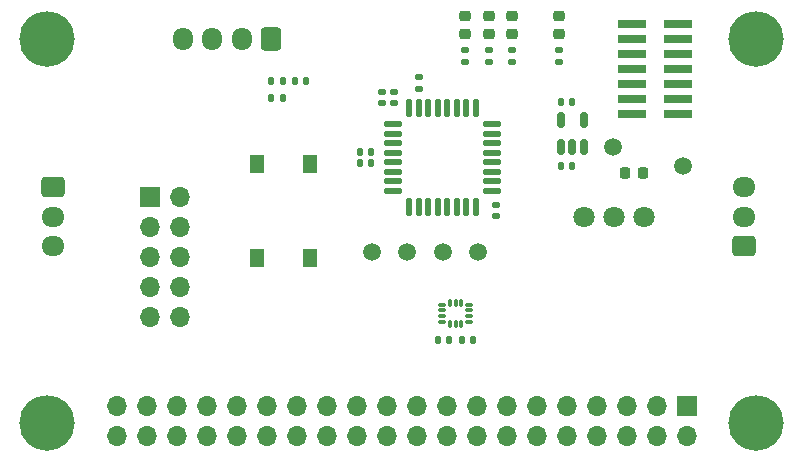
<source format=gbr>
%TF.GenerationSoftware,KiCad,Pcbnew,8.0.5*%
%TF.CreationDate,2025-01-21T17:20:08+01:00*%
%TF.ProjectId,Ingenuity,496e6765-6e75-4697-9479-2e6b69636164,rev?*%
%TF.SameCoordinates,Original*%
%TF.FileFunction,Soldermask,Top*%
%TF.FilePolarity,Negative*%
%FSLAX46Y46*%
G04 Gerber Fmt 4.6, Leading zero omitted, Abs format (unit mm)*
G04 Created by KiCad (PCBNEW 8.0.5) date 2025-01-21 17:20:08*
%MOMM*%
%LPD*%
G01*
G04 APERTURE LIST*
G04 Aperture macros list*
%AMRoundRect*
0 Rectangle with rounded corners*
0 $1 Rounding radius*
0 $2 $3 $4 $5 $6 $7 $8 $9 X,Y pos of 4 corners*
0 Add a 4 corners polygon primitive as box body*
4,1,4,$2,$3,$4,$5,$6,$7,$8,$9,$2,$3,0*
0 Add four circle primitives for the rounded corners*
1,1,$1+$1,$2,$3*
1,1,$1+$1,$4,$5*
1,1,$1+$1,$6,$7*
1,1,$1+$1,$8,$9*
0 Add four rect primitives between the rounded corners*
20,1,$1+$1,$2,$3,$4,$5,0*
20,1,$1+$1,$4,$5,$6,$7,0*
20,1,$1+$1,$6,$7,$8,$9,0*
20,1,$1+$1,$8,$9,$2,$3,0*%
G04 Aperture macros list end*
%ADD10RoundRect,0.140000X0.170000X-0.140000X0.170000X0.140000X-0.170000X0.140000X-0.170000X-0.140000X0*%
%ADD11RoundRect,0.135000X0.185000X-0.135000X0.185000X0.135000X-0.185000X0.135000X-0.185000X-0.135000X0*%
%ADD12RoundRect,0.140000X0.140000X0.170000X-0.140000X0.170000X-0.140000X-0.170000X0.140000X-0.170000X0*%
%ADD13RoundRect,0.250000X0.725000X-0.600000X0.725000X0.600000X-0.725000X0.600000X-0.725000X-0.600000X0*%
%ADD14O,1.950000X1.700000*%
%ADD15R,1.700000X1.700000*%
%ADD16O,1.700000X1.700000*%
%ADD17RoundRect,0.225000X0.225000X0.250000X-0.225000X0.250000X-0.225000X-0.250000X0.225000X-0.250000X0*%
%ADD18RoundRect,0.125000X-0.625000X-0.125000X0.625000X-0.125000X0.625000X0.125000X-0.625000X0.125000X0*%
%ADD19RoundRect,0.125000X-0.125000X-0.625000X0.125000X-0.625000X0.125000X0.625000X-0.125000X0.625000X0*%
%ADD20RoundRect,0.087500X-0.225000X-0.087500X0.225000X-0.087500X0.225000X0.087500X-0.225000X0.087500X0*%
%ADD21RoundRect,0.087500X-0.087500X-0.225000X0.087500X-0.225000X0.087500X0.225000X-0.087500X0.225000X0*%
%ADD22RoundRect,0.150000X0.150000X-0.512500X0.150000X0.512500X-0.150000X0.512500X-0.150000X-0.512500X0*%
%ADD23C,4.700000*%
%ADD24C,1.500000*%
%ADD25RoundRect,0.135000X0.135000X0.185000X-0.135000X0.185000X-0.135000X-0.185000X0.135000X-0.185000X0*%
%ADD26RoundRect,0.218750X-0.256250X0.218750X-0.256250X-0.218750X0.256250X-0.218750X0.256250X0.218750X0*%
%ADD27RoundRect,0.250000X-0.725000X0.600000X-0.725000X-0.600000X0.725000X-0.600000X0.725000X0.600000X0*%
%ADD28RoundRect,0.140000X-0.140000X-0.170000X0.140000X-0.170000X0.140000X0.170000X-0.140000X0.170000X0*%
%ADD29RoundRect,0.250000X0.600000X0.725000X-0.600000X0.725000X-0.600000X-0.725000X0.600000X-0.725000X0*%
%ADD30O,1.700000X1.950000*%
%ADD31R,1.300000X1.550000*%
%ADD32C,1.800000*%
%ADD33R,2.400000X0.740000*%
%ADD34RoundRect,0.140000X-0.170000X0.140000X-0.170000X-0.140000X0.170000X-0.140000X0.170000X0.140000X0*%
G04 APERTURE END LIST*
D10*
%TO.C,C6*%
X158900000Y-100380000D03*
X158900000Y-99420000D03*
%TD*%
D11*
%TO.C,R2*%
X165900000Y-96910000D03*
X165900000Y-95890000D03*
%TD*%
D12*
%TO.C,C11*%
X164580000Y-120450000D03*
X163620000Y-120450000D03*
%TD*%
D10*
%TO.C,C2*%
X159900000Y-100380000D03*
X159900000Y-99420000D03*
%TD*%
D13*
%TO.C,J5*%
X189500000Y-112500000D03*
D14*
X189500000Y-110000000D03*
X189500000Y-107500000D03*
%TD*%
D11*
%TO.C,R8*%
X162000000Y-99210000D03*
X162000000Y-98190000D03*
%TD*%
D15*
%TO.C,J2*%
X139225000Y-108380000D03*
D16*
X141765000Y-108380000D03*
X139225000Y-110920000D03*
X141765000Y-110920000D03*
X139225000Y-113460000D03*
X141765000Y-113460000D03*
X139225000Y-116000000D03*
X141765000Y-116000000D03*
X139225000Y-118540000D03*
X141765000Y-118540000D03*
%TD*%
D17*
%TO.C,C1*%
X180975000Y-106300000D03*
X179425000Y-106300000D03*
%TD*%
D18*
%TO.C,U2*%
X159825000Y-102200000D03*
X159825000Y-103000000D03*
X159825000Y-103800000D03*
X159825000Y-104600000D03*
X159825000Y-105400000D03*
X159825000Y-106200000D03*
X159825000Y-107000000D03*
X159825000Y-107800000D03*
D19*
X161200000Y-109175000D03*
X162000000Y-109175000D03*
X162800000Y-109175000D03*
X163600000Y-109175000D03*
X164400000Y-109175000D03*
X165200000Y-109175000D03*
X166000000Y-109175000D03*
X166800000Y-109175000D03*
D18*
X168175000Y-107800000D03*
X168175000Y-107000000D03*
X168175000Y-106200000D03*
X168175000Y-105400000D03*
X168175000Y-104600000D03*
X168175000Y-103800000D03*
X168175000Y-103000000D03*
X168175000Y-102200000D03*
D19*
X166800000Y-100825000D03*
X166000000Y-100825000D03*
X165200000Y-100825000D03*
X164400000Y-100825000D03*
X163600000Y-100825000D03*
X162800000Y-100825000D03*
X162000000Y-100825000D03*
X161200000Y-100825000D03*
%TD*%
D20*
%TO.C,U4*%
X163937500Y-117450000D03*
X163937500Y-117950000D03*
X163937500Y-118450000D03*
X163937500Y-118950000D03*
D21*
X164600000Y-119112500D03*
X165100000Y-119112500D03*
X165600000Y-119112500D03*
D20*
X166262500Y-118950000D03*
X166262500Y-118450000D03*
X166262500Y-117950000D03*
X166262500Y-117450000D03*
D21*
X165600000Y-117287500D03*
X165100000Y-117287500D03*
X164600000Y-117287500D03*
%TD*%
D22*
%TO.C,U3*%
X174050000Y-104137500D03*
X175000000Y-104137500D03*
X175950000Y-104137500D03*
X175950000Y-101862500D03*
X174050000Y-101862500D03*
%TD*%
D12*
%TO.C,C5*%
X157980000Y-105500000D03*
X157020000Y-105500000D03*
%TD*%
D23*
%TO.C,H1*%
X130500000Y-95000000D03*
%TD*%
D24*
%TO.C,TP3*%
X158000000Y-113000000D03*
%TD*%
D25*
%TO.C,R1*%
X150510000Y-98500000D03*
X149490000Y-98500000D03*
%TD*%
D26*
%TO.C,D1*%
X165900000Y-93012500D03*
X165900000Y-94587500D03*
%TD*%
D11*
%TO.C,R7*%
X173900000Y-96910000D03*
X173900000Y-95890000D03*
%TD*%
D27*
%TO.C,J4*%
X131025000Y-107500000D03*
D14*
X131025000Y-110000000D03*
X131025000Y-112500000D03*
%TD*%
D23*
%TO.C,H4*%
X130500000Y-127500000D03*
%TD*%
D26*
%TO.C,D6*%
X173900000Y-93012500D03*
X173900000Y-94587500D03*
%TD*%
D28*
%TO.C,C7*%
X151520000Y-98500000D03*
X152480000Y-98500000D03*
%TD*%
D26*
%TO.C,D5*%
X169900000Y-93012500D03*
X169900000Y-94587500D03*
%TD*%
D29*
%TO.C,J1*%
X149500000Y-95000000D03*
D30*
X147000000Y-95000000D03*
X144500000Y-95000000D03*
X142000000Y-95000000D03*
%TD*%
D28*
%TO.C,C10*%
X174020000Y-100300000D03*
X174980000Y-100300000D03*
%TD*%
D24*
%TO.C,TP4*%
X161000000Y-113000000D03*
%TD*%
%TO.C,TP6*%
X167000000Y-113000000D03*
%TD*%
D11*
%TO.C,R4*%
X167900000Y-96910000D03*
X167900000Y-95890000D03*
%TD*%
D24*
%TO.C,TP2*%
X178400000Y-104100000D03*
%TD*%
D12*
%TO.C,C4*%
X157980000Y-104500000D03*
X157020000Y-104500000D03*
%TD*%
D28*
%TO.C,C8*%
X174020000Y-105700000D03*
X174980000Y-105700000D03*
%TD*%
D31*
%TO.C,SW2*%
X148250000Y-113475000D03*
X148250000Y-105525000D03*
X152750000Y-113475000D03*
X152750000Y-105525000D03*
%TD*%
D25*
%TO.C,R9*%
X150510000Y-100000000D03*
X149490000Y-100000000D03*
%TD*%
D32*
%TO.C,U1*%
X181040000Y-110000000D03*
X178500000Y-110000000D03*
X175960000Y-110000000D03*
%TD*%
D33*
%TO.C,J8*%
X183950000Y-101310000D03*
X180050000Y-101310000D03*
X183950000Y-100040000D03*
X180050000Y-100040000D03*
X183950000Y-98770000D03*
X180050000Y-98770000D03*
X183950000Y-97500000D03*
X180050000Y-97500000D03*
X183950000Y-96230000D03*
X180050000Y-96230000D03*
X183950000Y-94960000D03*
X180050000Y-94960000D03*
X183950000Y-93690000D03*
X180050000Y-93690000D03*
%TD*%
D26*
%TO.C,D3*%
X167900000Y-93012500D03*
X167900000Y-94587500D03*
%TD*%
D23*
%TO.C,H2*%
X190500000Y-95000000D03*
%TD*%
D34*
%TO.C,C3*%
X168500000Y-109020000D03*
X168500000Y-109980000D03*
%TD*%
D24*
%TO.C,TP1*%
X184400000Y-105700000D03*
%TD*%
D12*
%TO.C,C9*%
X166580000Y-120450000D03*
X165620000Y-120450000D03*
%TD*%
D11*
%TO.C,R6*%
X169900000Y-96910000D03*
X169900000Y-95890000D03*
%TD*%
D24*
%TO.C,TP5*%
X164000000Y-113000000D03*
%TD*%
D23*
%TO.C,H3*%
X190500000Y-127500000D03*
%TD*%
D15*
%TO.C,J3*%
X184740000Y-126000000D03*
D16*
X184740000Y-128540000D03*
X182200000Y-126000000D03*
X182200000Y-128540000D03*
X179660000Y-126000000D03*
X179660000Y-128540000D03*
X177120000Y-126000000D03*
X177120000Y-128540000D03*
X174580000Y-126000000D03*
X174580000Y-128540000D03*
X172040000Y-126000000D03*
X172040000Y-128540000D03*
X169500000Y-126000000D03*
X169500000Y-128540000D03*
X166960000Y-126000000D03*
X166960000Y-128540000D03*
X164420000Y-126000000D03*
X164420000Y-128540000D03*
X161880000Y-126000000D03*
X161880000Y-128540000D03*
X159340000Y-126000000D03*
X159340000Y-128540000D03*
X156800000Y-126000000D03*
X156800000Y-128540000D03*
X154260000Y-126000000D03*
X154260000Y-128540000D03*
X151720000Y-126000000D03*
X151720000Y-128540000D03*
X149180000Y-126000000D03*
X149180000Y-128540000D03*
X146640000Y-126000000D03*
X146640000Y-128540000D03*
X144100000Y-126000000D03*
X144100000Y-128540000D03*
X141560000Y-126000000D03*
X141560000Y-128540000D03*
X139020000Y-126000000D03*
X139020000Y-128540000D03*
X136480000Y-126000000D03*
X136480000Y-128540000D03*
%TD*%
M02*

</source>
